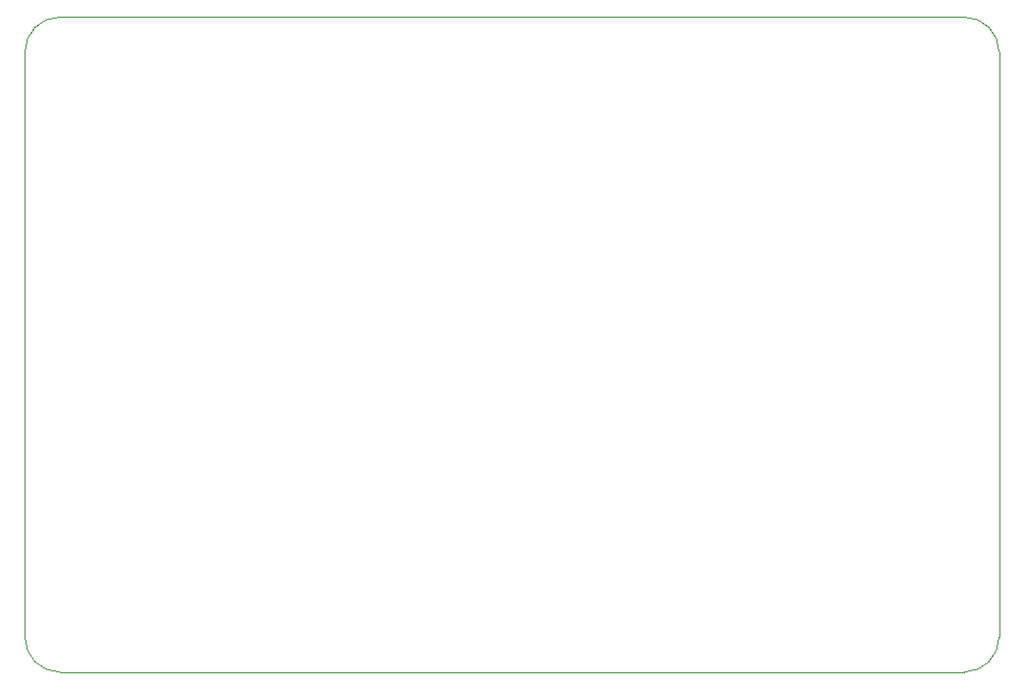
<source format=gm1>
G04 #@! TF.GenerationSoftware,KiCad,Pcbnew,(6.0.2)*
G04 #@! TF.CreationDate,2022-10-12T22:23:14+11:00*
G04 #@! TF.ProjectId,usb_xwitch,7573625f-7877-4697-9463-682e6b696361,0.2*
G04 #@! TF.SameCoordinates,Original*
G04 #@! TF.FileFunction,Profile,NP*
%FSLAX46Y46*%
G04 Gerber Fmt 4.6, Leading zero omitted, Abs format (unit mm)*
G04 Created by KiCad (PCBNEW (6.0.2)) date 2022-10-12 22:23:14*
%MOMM*%
%LPD*%
G01*
G04 APERTURE LIST*
G04 #@! TA.AperFunction,Profile*
%ADD10C,0.100000*%
G04 #@! TD*
G04 APERTURE END LIST*
D10*
X100000000Y-133500000D02*
G75*
G03*
X103000000Y-136500000I3000001J1D01*
G01*
X181000000Y-136500000D02*
X103000000Y-136500000D01*
X103000000Y-80000000D02*
X181000000Y-80000000D01*
X184000000Y-83000000D02*
G75*
G03*
X181000000Y-80000000I-3000001J-1D01*
G01*
X181000000Y-136500000D02*
G75*
G03*
X184000000Y-133500000I-1J3000001D01*
G01*
X103000000Y-80000000D02*
G75*
G03*
X100000000Y-83000000I1J-3000001D01*
G01*
X184000000Y-83000000D02*
X184000000Y-133500000D01*
X100000000Y-83000000D02*
X100000000Y-133500000D01*
M02*

</source>
